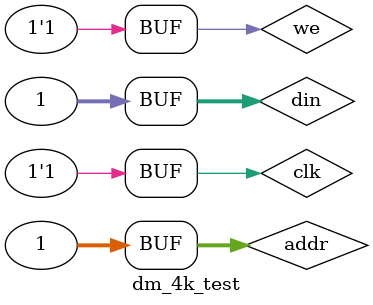
<source format=v>


module dm_4k_test();
reg [31:0] addr,din;
reg we,clk;
wire [31:0]dout;
dm_4k mn(addr,din,we,clk,dout);

initial
 begin 
#0 clk =1'b0;
#0 we=1'b1;
# 0 din=32'b0000000000000000000000000000001;
#0 addr=32'b0000000000000000000000000000001;
# 10 clk=~clk;
end 
endmodule
</source>
